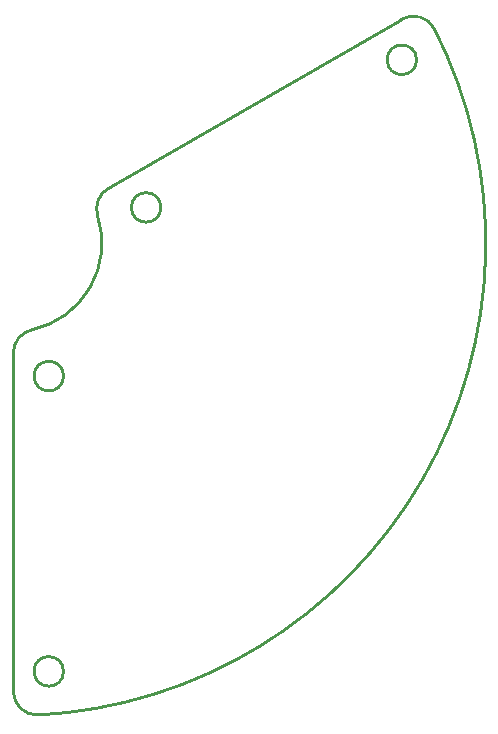
<source format=gbr>
%TF.GenerationSoftware,KiCad,Pcbnew,7.0.7*%
%TF.CreationDate,2023-12-04T17:40:57-05:00*%
%TF.ProjectId,PEEKbot_APS,5045454b-626f-4745-9f41-50532e6b6963,rev?*%
%TF.SameCoordinates,Original*%
%TF.FileFunction,Profile,NP*%
%FSLAX46Y46*%
G04 Gerber Fmt 4.6, Leading zero omitted, Abs format (unit mm)*
G04 Created by KiCad (PCBNEW 7.0.7) date 2023-12-04 17:40:57*
%MOMM*%
%LPD*%
G01*
G04 APERTURE LIST*
%TA.AperFunction,Profile*%
%ADD10C,0.250000*%
%TD*%
G04 APERTURE END LIST*
D10*
X20348809Y-191359099D02*
G75*
G03*
X20348809Y-191359099I-1250004J0D01*
G01*
X28591583Y-152082169D02*
G75*
G03*
X28591583Y-152082169I-1250000J0D01*
G01*
X20348806Y-166359099D02*
G75*
G03*
X20348806Y-166359099I-1250002J0D01*
G01*
X18204071Y-195053660D02*
G75*
G03*
X51744440Y-136960040I-2105269J39944559D01*
G01*
X17677766Y-162441011D02*
G75*
G03*
X23237916Y-152810553I-1578926J7331901D01*
G01*
X16098814Y-164396194D02*
X16098814Y-193056437D01*
X51744421Y-136960050D02*
G75*
G03*
X48962168Y-136135436I-1782221J-907250D01*
G01*
X48962168Y-136135436D02*
X24141664Y-150465557D01*
X50242237Y-139582182D02*
G75*
G03*
X50242237Y-139582182I-1250008J0D01*
G01*
X16098767Y-193056437D02*
G75*
G03*
X18204071Y-195053661I2000033J37D01*
G01*
X24141657Y-150465545D02*
G75*
G03*
X23237917Y-152810553I1000043J-1732055D01*
G01*
X17677771Y-162441033D02*
G75*
G03*
X16098814Y-164396194I421029J-1955167D01*
G01*
M02*

</source>
